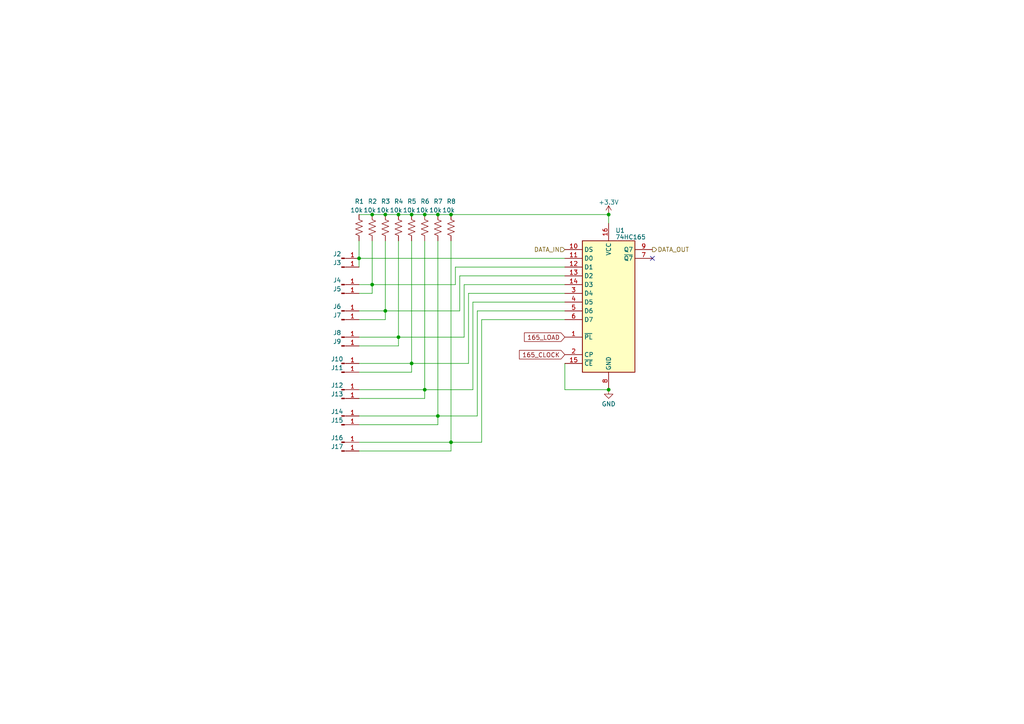
<source format=kicad_sch>
(kicad_sch (version 20230121) (generator eeschema)
  (paper "A4")
  (lib_symbols
    (symbol "74xx:74HC165"
      (property "Reference" "U" (at -7.62 19.05 0))
      (property "Value" "74HC165" (at -7.62 -21.59 0))
      (symbol "74HC165_1_0"
        (pin input line (at -12.7 -10.16 0) (length 5.08) (name "~{PL}") (number "1"))
        (pin input line (at -12.7 15.24 0) (length 5.08) (name "DS") (number "10"))
        (pin input line (at -12.7 12.7 0) (length 5.08) (name "D0") (number "11"))
        (pin input line (at -12.7 10.16 0) (length 5.08) (name "D1") (number "12"))
        (pin input line (at -12.7 7.62 0) (length 5.08) (name "D2") (number "13"))
        (pin input line (at -12.7 5.08 0) (length 5.08) (name "D3") (number "14"))
        (pin input line (at -12.7 -17.78 0) (length 5.08) (name "~{CE}") (number "15"))
        (pin power_in line (at 0 22.86 270) (length 5.08) (name "VCC") (number "16"))
        (pin input line (at -12.7 -15.24 0) (length 5.08) (name "CP") (number "2"))
        (pin input line (at -12.7 2.54 0) (length 5.08) (name "D4") (number "3"))
        (pin input line (at -12.7 0 0) (length 5.08) (name "D5") (number "4"))
        (pin input line (at -12.7 -2.54 0) (length 5.08) (name "D6") (number "5"))
        (pin input line (at -12.7 -5.08 0) (length 5.08) (name "D7") (number "6"))
        (pin output line (at 12.7 12.7 180) (length 5.08) (name "~{Q7}") (number "7"))
        (pin power_in line (at 0 -25.4 90) (length 5.08) (name "GND") (number "8"))
        (pin output line (at 12.7 15.24 180) (length 5.08) (name "Q7") (number "9"))
      )
      (symbol "74HC165_1_1"
        (rectangle (start -7.62 17.78) (end 7.62 -20.32) (stroke (width 0.254)) (fill (type background)))
      )
    )
    (symbol "Connector:Conn_01x01_Pin" (pin_names (offset 1.016) hide)
      (property "Reference" "J" (at 0 2.54 0))
      (property "Value" "Conn_01x01_Pin" (at 0 -2.54 0))
      (symbol "Conn_01x01_Pin_1_1"
        (polyline (pts (xy 1.27 0) (xy 0.8636 0)) (stroke (width 0.1524)))
        (rectangle (start 0.8636 0.127) (end 0 -0.127) (stroke (width 0.1524)) (fill (type outline)))
        (pin passive line (at 5.08 0 180) (length 3.81) (name "Pin_1") (number "1"))
      )
    )
    (symbol "Device:R_US" (pin_numbers hide) (pin_names (offset 0))
      (property "Reference" "R" (at 2.54 0 90))
      (property "Value" "R_US" (at -2.54 0 90))
      (symbol "R_US_0_1"
        (polyline (pts (xy 0 -2.286) (xy 0 -2.54)))
        (polyline (pts (xy 0 2.286) (xy 0 2.54)))
        (polyline (pts (xy 0 -0.762) (xy 1.016 -1.143) (xy 0 -1.524) (xy -1.016 -1.905) (xy 0 -2.286)))
        (polyline (pts (xy 0 0.762) (xy 1.016 0.381) (xy 0 0) (xy -1.016 -0.381) (xy 0 -0.762)))
        (polyline (pts (xy 0 2.286) (xy 1.016 1.905) (xy 0 1.524) (xy -1.016 1.143) (xy 0 0.762)))
      )
      (symbol "R_US_1_1"
        (pin passive line (at 0 3.81 270) (length 1.27) (name "~") (number "1"))
        (pin passive line (at 0 -3.81 90) (length 1.27) (name "~") (number "2"))
      )
    )
    (symbol "power:+3.3V" (power) (pin_names (offset 0))
      (property "Value" "+3.3V" (at 0 3.556 0))
      (symbol "+3.3V_0_1"
        (polyline (pts (xy -0.762 1.27) (xy 0 2.54)))
        (polyline (pts (xy 0 0) (xy 0 2.54)))
        (polyline (pts (xy 0 2.54) (xy 0.762 1.27)))
      )
      (symbol "+3.3V_1_1"
        (pin power_in line (at 0 0 90) (length 0) hide (name "+3.3V") (number "1"))
      )
    )
    (symbol "power:GND" (power) (pin_names (offset 0))
      (property "Value" "GND" (at 0 -3.81 0))
      (symbol "GND_0_1"
        (polyline (pts (xy 0 0) (xy 0 -1.27) (xy 1.27 -1.27) (xy 0 -2.54) (xy -1.27 -1.27) (xy 0 -1.27)))
      )
      (symbol "GND_1_1"
        (pin power_in line (at 0 0 270) (length 0) hide (name "GND") (number "1"))
      )
    )
  )
  (junction (at 115.57 62.23))
  (junction (at 111.76 90.17))
  (junction (at 119.38 105.41))
  (junction (at 107.95 62.23))
  (junction (at 115.57 97.79))
  (junction (at 127 62.23))
  (junction (at 107.95 82.55))
  (junction (at 130.81 62.23))
  (junction (at 123.19 113.03))
  (junction (at 176.53 62.23))
  (junction (at 119.38 62.23))
  (junction (at 127 120.65))
  (junction (at 123.19 62.23))
  (junction (at 111.76 62.23))
  (junction (at 176.53 113.03))
  (junction (at 130.81 128.27))
  (junction (at 104.14 74.93))
  (no_connect (at 189.23 74.93))
  (wire (pts (xy 137.16 87.63) (xy 163.83 87.63)))
  (wire (pts (xy 104.14 74.93) (xy 104.14 77.47)))
  (wire (pts (xy 139.7 128.27) (xy 139.7 92.71)))
  (wire (pts (xy 130.81 128.27) (xy 139.7 128.27)))
  (wire (pts (xy 135.89 105.41) (xy 135.89 85.09)))
  (wire (pts (xy 107.95 85.09) (xy 107.95 82.55)))
  (wire (pts (xy 104.14 69.85) (xy 104.14 74.93)))
  (wire (pts (xy 115.57 97.79) (xy 134.62 97.79)))
  (wire (pts (xy 104.14 130.81) (xy 130.81 130.81)))
  (wire (pts (xy 134.62 82.55) (xy 163.83 82.55)))
  (wire (pts (xy 115.57 100.33) (xy 115.57 97.79)))
  (wire (pts (xy 163.83 113.03) (xy 176.53 113.03)))
  (wire (pts (xy 119.38 107.95) (xy 119.38 105.41)))
  (wire (pts (xy 132.08 77.47) (xy 163.83 77.47)))
  (wire (pts (xy 176.53 62.23) (xy 176.53 64.77)))
  (wire (pts (xy 111.76 62.23) (xy 115.57 62.23)))
  (wire (pts (xy 133.35 90.17) (xy 133.35 80.01)))
  (wire (pts (xy 111.76 90.17) (xy 133.35 90.17)))
  (wire (pts (xy 104.14 85.09) (xy 107.95 85.09)))
  (wire (pts (xy 123.19 113.03) (xy 137.16 113.03)))
  (wire (pts (xy 123.19 115.57) (xy 123.19 113.03)))
  (wire (pts (xy 104.14 123.19) (xy 127 123.19)))
  (wire (pts (xy 104.14 97.79) (xy 115.57 97.79)))
  (wire (pts (xy 115.57 62.23) (xy 119.38 62.23)))
  (wire (pts (xy 104.14 113.03) (xy 123.19 113.03)))
  (wire (pts (xy 104.14 120.65) (xy 127 120.65)))
  (wire (pts (xy 104.14 74.93) (xy 163.83 74.93)))
  (wire (pts (xy 137.16 113.03) (xy 137.16 87.63)))
  (wire (pts (xy 104.14 100.33) (xy 115.57 100.33)))
  (wire (pts (xy 107.95 62.23) (xy 111.76 62.23)))
  (wire (pts (xy 127 120.65) (xy 138.43 120.65)))
  (wire (pts (xy 123.19 62.23) (xy 127 62.23)))
  (wire (pts (xy 132.08 82.55) (xy 132.08 77.47)))
  (wire (pts (xy 130.81 128.27) (xy 130.81 69.85)))
  (wire (pts (xy 104.14 90.17) (xy 111.76 90.17)))
  (wire (pts (xy 127 62.23) (xy 130.81 62.23)))
  (wire (pts (xy 139.7 92.71) (xy 163.83 92.71)))
  (wire (pts (xy 123.19 113.03) (xy 123.19 69.85)))
  (wire (pts (xy 127 69.85) (xy 127 120.65)))
  (wire (pts (xy 127 120.65) (xy 127 123.19)))
  (wire (pts (xy 138.43 90.17) (xy 163.83 90.17)))
  (wire (pts (xy 104.14 82.55) (xy 107.95 82.55)))
  (wire (pts (xy 119.38 62.23) (xy 123.19 62.23)))
  (wire (pts (xy 111.76 90.17) (xy 111.76 69.85)))
  (wire (pts (xy 104.14 105.41) (xy 119.38 105.41)))
  (wire (pts (xy 104.14 92.71) (xy 111.76 92.71)))
  (wire (pts (xy 133.35 80.01) (xy 163.83 80.01)))
  (wire (pts (xy 115.57 97.79) (xy 115.57 69.85)))
  (wire (pts (xy 135.89 85.09) (xy 163.83 85.09)))
  (wire (pts (xy 104.14 62.23) (xy 107.95 62.23)))
  (wire (pts (xy 119.38 69.85) (xy 119.38 105.41)))
  (wire (pts (xy 130.81 130.81) (xy 130.81 128.27)))
  (wire (pts (xy 107.95 82.55) (xy 107.95 69.85)))
  (wire (pts (xy 163.83 105.41) (xy 163.83 113.03)))
  (wire (pts (xy 107.95 82.55) (xy 132.08 82.55)))
  (wire (pts (xy 130.81 62.23) (xy 176.53 62.23)))
  (wire (pts (xy 104.14 128.27) (xy 130.81 128.27)))
  (wire (pts (xy 104.14 107.95) (xy 119.38 107.95)))
  (wire (pts (xy 119.38 105.41) (xy 135.89 105.41)))
  (wire (pts (xy 138.43 120.65) (xy 138.43 90.17)))
  (wire (pts (xy 134.62 97.79) (xy 134.62 82.55)))
  (wire (pts (xy 104.14 115.57) (xy 123.19 115.57)))
  (wire (pts (xy 111.76 92.71) (xy 111.76 90.17)))
  (global_label "165_LOAD" (shape input) (at 163.83 97.79 180) (property "Intersheetrefs" "${INTERSHEET_REFS}" (effects hide)))
  (global_label "165_CLOCK" (shape input) (at 163.83 102.87 180) (property "Intersheetrefs" "${INTERSHEET_REFS}" (effects hide)))
  (hierarchical_label "DATA_OUT" (shape output) (at 189.23 72.39 0))
  (hierarchical_label "DATA_IN" (shape input) (at 163.83 72.39 180))
  (symbol (lib_id "Connector:Conn_01x01_Pin") (at 99.06 74.93 0) (unit 1)
    (property "Reference" "J2" (at 97.79 73.66 0))
    (property "Value" "Conn_01x01_Pin" (effects hide))
    (property "Footprint" "Bjarkar:Bjarkar_fret_connection" (effects hide))
    (instances (project "fretboard" (path "" (reference "J2") (unit 1)) (path "" (reference "J18") (unit 1)) (path "" (reference "J34") (unit 1)) (path "" (reference "J50") (unit 1))))
  )
  (symbol (lib_id "Device:R_US") (at 130.81 66.04 0) (unit 1)
    (property "Reference" "R8" (at 129.54 58.42 0) (effects (justify left)))
    (property "Value" "10k" (at 128.27 60.96 0) (effects (justify left)))
    (property "Footprint" "Resistor_SMD:R_0603_1608Metric" (effects hide))
    (instances (project "fretboard" (path "" (reference "R8") (unit 1)) (path "" (reference "R16") (unit 1)) (path "" (reference "R24") (unit 1)) (path "" (reference "R32") (unit 1))))
  )
  (symbol (lib_id "Device:R_US") (at 123.19 66.04 0) (unit 1)
    (property "Reference" "R6" (at 121.92 58.42 0) (effects (justify left)))
    (property "Value" "10k" (at 120.65 60.96 0) (effects (justify left)))
    (property "Footprint" "Resistor_SMD:R_0603_1608Metric" (effects hide))
    (instances (project "fretboard" (path "" (reference "R6") (unit 1)) (path "" (reference "R14") (unit 1)) (path "" (reference "R22") (unit 1)) (path "" (reference "R30") (unit 1))))
  )
  (symbol (lib_id "Device:R_US") (at 104.14 66.04 0) (unit 1)
    (property "Reference" "R1" (at 102.87 58.42 0) (effects (justify left)))
    (property "Value" "10k" (at 101.6 60.96 0) (effects (justify left)))
    (property "Footprint" "Resistor_SMD:R_0603_1608Metric" (effects hide))
    (instances (project "fretboard" (path "" (reference "R1") (unit 1)) (path "" (reference "R9") (unit 1)) (path "" (reference "R17") (unit 1)) (path "" (reference "R25") (unit 1))))
  )
  (symbol (lib_id "Connector:Conn_01x01_Pin") (at 99.06 97.79 0) (unit 1)
    (property "Reference" "J8" (at 97.79 96.52 0))
    (property "Value" "Conn_01x01_Pin" (effects hide))
    (property "Footprint" "Bjarkar:Bjarkar_fret_connection" (effects hide))
    (instances (project "fretboard" (path "" (reference "J8") (unit 1)) (path "" (reference "J24") (unit 1)) (path "" (reference "J40") (unit 1)) (path "" (reference "J56") (unit 1))))
  )
  (symbol (lib_id "Connector:Conn_01x01_Pin") (at 99.06 115.57 0) (unit 1)
    (property "Reference" "J13" (at 97.79 114.3 0))
    (property "Value" "Conn_01x01_Pin" (effects hide))
    (property "Footprint" "Bjarkar:Bjarkar_fret_connection" (effects hide))
    (instances (project "fretboard" (path "" (reference "J13") (unit 1)) (path "" (reference "J29") (unit 1)) (path "" (reference "J45") (unit 1)) (path "" (reference "J61") (unit 1))))
  )
  (symbol (lib_id "Connector:Conn_01x01_Pin") (at 99.06 77.47 0) (unit 1)
    (property "Reference" "J3" (at 97.79 76.2 0))
    (property "Value" "Conn_01x01_Pin" (effects hide))
    (property "Footprint" "Bjarkar:Bjarkar_fret_connection" (effects hide))
    (instances (project "fretboard" (path "" (reference "J3") (unit 1)) (path "" (reference "J19") (unit 1)) (path "" (reference "J35") (unit 1)) (path "" (reference "J51") (unit 1))))
  )
  (symbol (lib_id "power:+3.3V") (at 176.53 62.23 0) (unit 1)
    (property "Reference" "#PWR?" (effects hide))
    (property "Value" "+3.3V" (at 176.53 58.674 0))
    (instances (project "dk2_03_top" (path "" (reference "#PWR?") (unit 1)) (path "" (reference "#PWR035") (unit 1)) (path "" (reference "#PWR039") (unit 1)) (path "" (reference "#PWR011") (unit 1))) (project "fretboard" (path "" (reference "#PWR04") (unit 1)) (path "" (reference "#PWR06") (unit 1)) (path "" (reference "#PWR08") (unit 1)) (path "" (reference "#PWR010") (unit 1))))
  )
  (symbol (lib_id "Connector:Conn_01x01_Pin") (at 99.06 85.09 0) (unit 1)
    (property "Reference" "J5" (at 97.79 83.82 0))
    (property "Value" "Conn_01x01_Pin" (effects hide))
    (property "Footprint" "Bjarkar:Bjarkar_fret_connection" (effects hide))
    (instances (project "fretboard" (path "" (reference "J5") (unit 1)) (path "" (reference "J21") (unit 1)) (path "" (reference "J37") (unit 1)) (path "" (reference "J53") (unit 1))))
  )
  (symbol (lib_id "Device:R_US") (at 107.95 66.04 0) (unit 1)
    (property "Reference" "R2" (at 106.68 58.42 0) (effects (justify left)))
    (property "Value" "10k" (at 105.41 60.96 0) (effects (justify left)))
    (property "Footprint" "Resistor_SMD:R_0603_1608Metric" (effects hide))
    (instances (project "fretboard" (path "" (reference "R2") (unit 1)) (path "" (reference "R10") (unit 1)) (path "" (reference "R18") (unit 1)) (path "" (reference "R26") (unit 1))))
  )
  (symbol (lib_id "Device:R_US") (at 119.38 66.04 0) (unit 1)
    (property "Reference" "R5" (at 118.11 58.42 0) (effects (justify left)))
    (property "Value" "10k" (at 116.84 60.96 0) (effects (justify left)))
    (property "Footprint" "Resistor_SMD:R_0603_1608Metric" (effects hide))
    (instances (project "fretboard" (path "" (reference "R5") (unit 1)) (path "" (reference "R13") (unit 1)) (path "" (reference "R21") (unit 1)) (path "" (reference "R29") (unit 1))))
  )
  (symbol (lib_id "Connector:Conn_01x01_Pin") (at 99.06 128.27 0) (unit 1)
    (property "Reference" "J16" (at 97.79 127 0))
    (property "Value" "Conn_01x01_Pin" (effects hide))
    (property "Footprint" "Bjarkar:Bjarkar_fret_connection" (effects hide))
    (instances (project "fretboard" (path "" (reference "J16") (unit 1)) (path "" (reference "J32") (unit 1)) (path "" (reference "J48") (unit 1)) (path "" (reference "J64") (unit 1))))
  )
  (symbol (lib_id "Connector:Conn_01x01_Pin") (at 99.06 120.65 0) (unit 1)
    (property "Reference" "J14" (at 97.79 119.38 0))
    (property "Value" "Conn_01x01_Pin" (effects hide))
    (property "Footprint" "Bjarkar:Bjarkar_fret_connection" (effects hide))
    (instances (project "fretboard" (path "" (reference "J14") (unit 1)) (path "" (reference "J30") (unit 1)) (path "" (reference "J46") (unit 1)) (path "" (reference "J62") (unit 1))))
  )
  (symbol (lib_id "Connector:Conn_01x01_Pin") (at 99.06 100.33 0) (unit 1)
    (property "Reference" "J9" (at 97.79 99.06 0))
    (property "Value" "Conn_01x01_Pin" (effects hide))
    (property "Footprint" "Bjarkar:Bjarkar_fret_connection" (effects hide))
    (instances (project "fretboard" (path "" (reference "J9") (unit 1)) (path "" (reference "J25") (unit 1)) (path "" (reference "J41") (unit 1)) (path "" (reference "J57") (unit 1))))
  )
  (symbol (lib_id "Connector:Conn_01x01_Pin") (at 99.06 82.55 0) (unit 1)
    (property "Reference" "J4" (at 97.79 81.28 0))
    (property "Value" "Conn_01x01_Pin" (effects hide))
    (property "Footprint" "Bjarkar:Bjarkar_fret_connection" (effects hide))
    (instances (project "fretboard" (path "" (reference "J4") (unit 1)) (path "" (reference "J20") (unit 1)) (path "" (reference "J36") (unit 1)) (path "" (reference "J52") (unit 1))))
  )
  (symbol (lib_id "Connector:Conn_01x01_Pin") (at 99.06 92.71 0) (unit 1)
    (property "Reference" "J7" (at 97.79 91.44 0))
    (property "Value" "Conn_01x01_Pin" (effects hide))
    (property "Footprint" "Bjarkar:Bjarkar_fret_connection" (effects hide))
    (instances (project "fretboard" (path "" (reference "J7") (unit 1)) (path "" (reference "J23") (unit 1)) (path "" (reference "J39") (unit 1)) (path "" (reference "J55") (unit 1))))
  )
  (symbol (lib_id "Connector:Conn_01x01_Pin") (at 99.06 113.03 0) (unit 1)
    (property "Reference" "J12" (at 97.79 111.76 0))
    (property "Value" "Conn_01x01_Pin" (effects hide))
    (property "Footprint" "Bjarkar:Bjarkar_fret_connection" (effects hide))
    (instances (project "fretboard" (path "" (reference "J12") (unit 1)) (path "" (reference "J28") (unit 1)) (path "" (reference "J44") (unit 1)) (path "" (reference "J60") (unit 1))))
  )
  (symbol (lib_id "Connector:Conn_01x01_Pin") (at 99.06 105.41 0) (unit 1)
    (property "Reference" "J10" (at 97.79 104.14 0))
    (property "Value" "Conn_01x01_Pin" (effects hide))
    (property "Footprint" "Bjarkar:Bjarkar_fret_connection" (effects hide))
    (instances (project "fretboard" (path "" (reference "J10") (unit 1)) (path "" (reference "J26") (unit 1)) (path "" (reference "J42") (unit 1)) (path "" (reference "J58") (unit 1))))
  )
  (symbol (lib_id "Connector:Conn_01x01_Pin") (at 99.06 123.19 0) (unit 1)
    (property "Reference" "J15" (at 97.79 121.92 0))
    (property "Value" "Conn_01x01_Pin" (effects hide))
    (property "Footprint" "Bjarkar:Bjarkar_fret_connection" (effects hide))
    (instances (project "fretboard" (path "" (reference "J15") (unit 1)) (path "" (reference "J31") (unit 1)) (path "" (reference "J47") (unit 1)) (path "" (reference "J63") (unit 1))))
  )
  (symbol (lib_id "Device:R_US") (at 115.57 66.04 0) (unit 1)
    (property "Reference" "R4" (at 114.3 58.42 0) (effects (justify left)))
    (property "Value" "10k" (at 113.03 60.96 0) (effects (justify left)))
    (property "Footprint" "Resistor_SMD:R_0603_1608Metric" (effects hide))
    (instances (project "fretboard" (path "" (reference "R4") (unit 1)) (path "" (reference "R12") (unit 1)) (path "" (reference "R20") (unit 1)) (path "" (reference "R28") (unit 1))))
  )
  (symbol (lib_id "74xx:74HC165") (at 176.53 87.63 0) (unit 1)
    (property "Reference" "U1" (at 178.4859 66.8401 0) (effects (justify left)))
    (property "Value" "74HC165" (at 178.4859 68.7611 0) (effects (justify left)))
    (property "Footprint" "Package_SO:SOIC-16_3.9x9.9mm_P1.27mm" (effects hide))
    (property "Datasheet" "https://assets.nexperia.com/documents/data-sheet/74HC_HCT165.pdf" (effects hide))
    (instances (project "fretboard" (path "" (reference "U1") (unit 1)) (path "" (reference "U2") (unit 1)) (path "" (reference "U3") (unit 1)) (path "" (reference "U4") (unit 1))))
  )
  (symbol (lib_id "power:GND") (at 176.53 113.03 0) (unit 1)
    (property "Reference" "#PWR036" (effects hide))
    (property "Value" "GND" (at 176.53 117.1655 0))
    (instances (project "dk2_03_top" (path "" (reference "#PWR036") (unit 1)) (path "" (reference "#PWR040") (unit 1)) (path "" (reference "#PWR020") (unit 1))) (project "fretboard" (path "" (reference "#PWR05") (unit 1)) (path "" (reference "#PWR07") (unit 1)) (path "" (reference "#PWR09") (unit 1)) (path "" (reference "#PWR011") (unit 1))))
  )
  (symbol (lib_id "Device:R_US") (at 127 66.04 0) (unit 1)
    (property "Reference" "R7" (at 125.73 58.42 0) (effects (justify left)))
    (property "Value" "10k" (at 124.46 60.96 0) (effects (justify left)))
    (property "Footprint" "Resistor_SMD:R_0603_1608Metric" (effects hide))
    (instances (project "fretboard" (path "" (reference "R7") (unit 1)) (path "" (reference "R15") (unit 1)) (path "" (reference "R23") (unit 1)) (path "" (reference "R31") (unit 1))))
  )
  (symbol (lib_id "Connector:Conn_01x01_Pin") (at 99.06 130.81 0) (unit 1)
    (property "Reference" "J17" (at 97.79 129.54 0))
    (property "Value" "Conn_01x01_Pin" (effects hide))
    (property "Footprint" "Bjarkar:Bjarkar_fret_connection" (effects hide))
    (instances (project "fretboard" (path "" (reference "J17") (unit 1)) (path "" (reference "J33") (unit 1)) (path "" (reference "J49") (unit 1)) (path "" (reference "J65") (unit 1))))
  )
  (symbol (lib_id "Connector:Conn_01x01_Pin") (at 99.06 107.95 0) (unit 1)
    (property "Reference" "J11" (at 97.79 106.68 0))
    (property "Value" "Conn_01x01_Pin" (effects hide))
    (property "Footprint" "Bjarkar:Bjarkar_fret_connection" (effects hide))
    (instances (project "fretboard" (path "" (reference "J11") (unit 1)) (path "" (reference "J27") (unit 1)) (path "" (reference "J43") (unit 1)) (path "" (reference "J59") (unit 1))))
  )
  (symbol (lib_id "Connector:Conn_01x01_Pin") (at 99.06 90.17 0) (unit 1)
    (property "Reference" "J6" (at 97.79 88.9 0))
    (property "Value" "Conn_01x01_Pin" (effects hide))
    (property "Footprint" "Bjarkar:Bjarkar_fret_connection" (effects hide))
    (instances (project "fretboard" (path "" (reference "J6") (unit 1)) (path "" (reference "J22") (unit 1)) (path "" (reference "J38") (unit 1)) (path "" (reference "J54") (unit 1))))
  )
  (symbol (lib_id "Device:R_US") (at 111.76 66.04 0) (unit 1)
    (property "Reference" "R3" (at 110.49 58.42 0) (effects (justify left)))
    (property "Value" "10k" (at 109.22 60.96 0) (effects (justify left)))
    (property "Footprint" "Resistor_SMD:R_0603_1608Metric" (effects hide))
    (instances (project "fretboard" (path "" (reference "R3") (unit 1)) (path "" (reference "R11") (unit 1)) (path "" (reference "R19") (unit 1)) (path "" (reference "R27") (unit 1))))
  )
)
</source>
